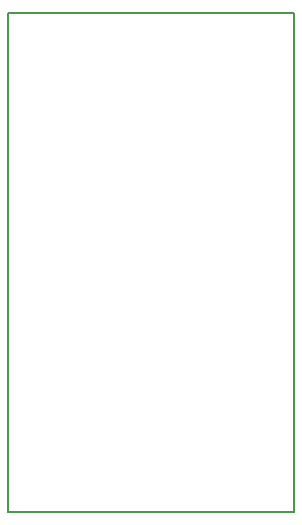
<source format=gbr>
G04 #@! TF.GenerationSoftware,KiCad,Pcbnew,(5.0.0)*
G04 #@! TF.CreationDate,2018-10-15T00:14:37+02:00*
G04 #@! TF.ProjectId,GettingToBlinky,47657474696E67546F426C696E6B792E,rev?*
G04 #@! TF.SameCoordinates,Original*
G04 #@! TF.FileFunction,Profile,NP*
%FSLAX46Y46*%
G04 Gerber Fmt 4.6, Leading zero omitted, Abs format (unit mm)*
G04 Created by KiCad (PCBNEW (5.0.0)) date 10/15/18 00:14:37*
%MOMM*%
%LPD*%
G01*
G04 APERTURE LIST*
%ADD10C,0.150000*%
G04 APERTURE END LIST*
D10*
X198000000Y-139500000D02*
X173800000Y-139500000D01*
X198000000Y-97300000D02*
X198000000Y-139500000D01*
X173800000Y-97300000D02*
X198000000Y-97300000D01*
X173800000Y-139500000D02*
X173800000Y-97300000D01*
M02*

</source>
